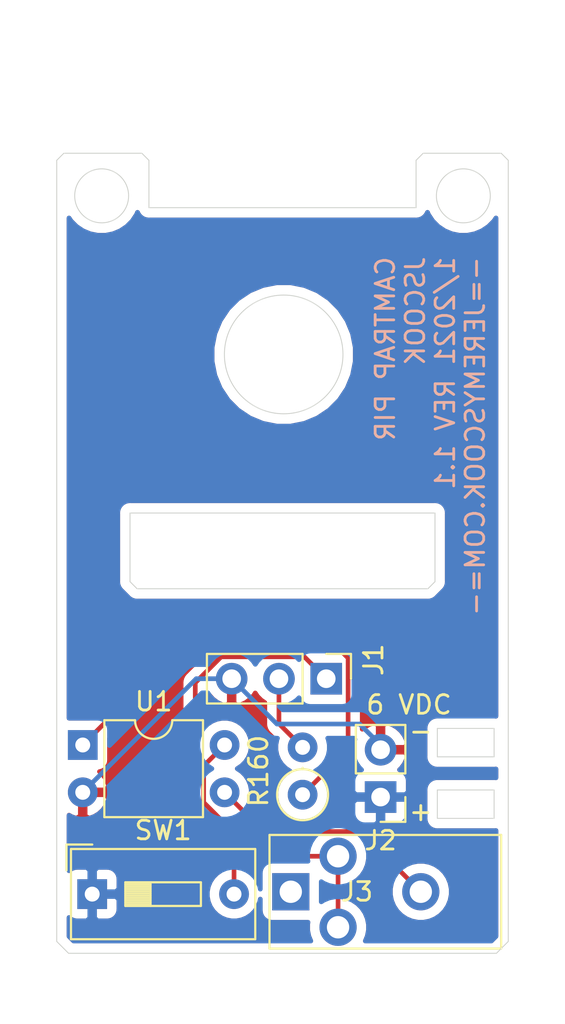
<source format=kicad_pcb>
(kicad_pcb (version 20171130) (host pcbnew "(5.1.6-0-10_14)")

  (general
    (thickness 1.6)
    (drawings 36)
    (tracks 26)
    (zones 0)
    (modules 6)
    (nets 9)
  )

  (page A4)
  (layers
    (0 F.Cu signal)
    (31 B.Cu signal)
    (32 B.Adhes user)
    (33 F.Adhes user)
    (34 B.Paste user)
    (35 F.Paste user)
    (36 B.SilkS user)
    (37 F.SilkS user)
    (38 B.Mask user)
    (39 F.Mask user)
    (40 Dwgs.User user)
    (41 Cmts.User user)
    (42 Eco1.User user)
    (43 Eco2.User user)
    (44 Edge.Cuts user)
    (45 Margin user)
    (46 B.CrtYd user)
    (47 F.CrtYd user)
    (48 B.Fab user)
    (49 F.Fab user)
  )

  (setup
    (last_trace_width 0.25)
    (trace_clearance 0.2)
    (zone_clearance 0.508)
    (zone_45_only no)
    (trace_min 0.2)
    (via_size 0.8)
    (via_drill 0.4)
    (via_min_size 0.4)
    (via_min_drill 0.3)
    (uvia_size 0.3)
    (uvia_drill 0.1)
    (uvias_allowed no)
    (uvia_min_size 0.2)
    (uvia_min_drill 0.1)
    (edge_width 0.05)
    (segment_width 0.2)
    (pcb_text_width 0.3)
    (pcb_text_size 1.5 1.5)
    (mod_edge_width 0.12)
    (mod_text_size 1 1)
    (mod_text_width 0.15)
    (pad_size 1.524 1.524)
    (pad_drill 0.762)
    (pad_to_mask_clearance 0.05)
    (aux_axis_origin 0 0)
    (visible_elements FFFFFF7F)
    (pcbplotparams
      (layerselection 0x010fc_ffffffff)
      (usegerberextensions false)
      (usegerberattributes true)
      (usegerberadvancedattributes true)
      (creategerberjobfile true)
      (excludeedgelayer true)
      (linewidth 0.100000)
      (plotframeref false)
      (viasonmask false)
      (mode 1)
      (useauxorigin false)
      (hpglpennumber 1)
      (hpglpenspeed 20)
      (hpglpendiameter 15.000000)
      (psnegative false)
      (psa4output false)
      (plotreference true)
      (plotvalue true)
      (plotinvisibletext false)
      (padsonsilk false)
      (subtractmaskfromsilk false)
      (outputformat 1)
      (mirror false)
      (drillshape 1)
      (scaleselection 1)
      (outputdirectory ""))
  )

  (net 0 "")
  (net 1 "Net-(J1-Pad2)")
  (net 2 "Net-(J3-PadT)")
  (net 3 "Net-(J3-PadS)")
  (net 4 "Net-(J3-PadR)")
  (net 5 VCC)
  (net 6 GND)
  (net 7 "Net-(J1-Pad1)")
  (net 8 "Net-(R160-Pad1)")

  (net_class Default "This is the default net class."
    (clearance 0.2)
    (trace_width 0.25)
    (via_dia 0.8)
    (via_drill 0.4)
    (uvia_dia 0.3)
    (uvia_drill 0.1)
    (add_net GND)
    (add_net "Net-(J1-Pad1)")
    (add_net "Net-(J1-Pad2)")
    (add_net "Net-(J3-PadR)")
    (add_net "Net-(J3-PadS)")
    (add_net "Net-(J3-PadT)")
    (add_net "Net-(R160-Pad1)")
    (add_net VCC)
  )

  (module Resistor_THT:R_Axial_DIN0207_L6.3mm_D2.5mm_P2.54mm_Vertical (layer F.Cu) (tedit 5AE5139B) (tstamp 5FD1F01F)
    (at 168.021 104.013 90)
    (descr "Resistor, Axial_DIN0207 series, Axial, Vertical, pin pitch=2.54mm, 0.25W = 1/4W, length*diameter=6.3*2.5mm^2, http://cdn-reichelt.de/documents/datenblatt/B400/1_4W%23YAG.pdf")
    (tags "Resistor Axial_DIN0207 series Axial Vertical pin pitch 2.54mm 0.25W = 1/4W length 6.3mm diameter 2.5mm")
    (path /5FD1E309)
    (fp_text reference R160 (at 1.27 -2.37 90) (layer F.SilkS)
      (effects (font (size 1 1) (thickness 0.15)))
    )
    (fp_text value R (at 1.27 2.37 90) (layer F.Fab)
      (effects (font (size 1 1) (thickness 0.15)))
    )
    (fp_line (start 3.59 -1.5) (end -1.5 -1.5) (layer F.CrtYd) (width 0.05))
    (fp_line (start 3.59 1.5) (end 3.59 -1.5) (layer F.CrtYd) (width 0.05))
    (fp_line (start -1.5 1.5) (end 3.59 1.5) (layer F.CrtYd) (width 0.05))
    (fp_line (start -1.5 -1.5) (end -1.5 1.5) (layer F.CrtYd) (width 0.05))
    (fp_line (start 1.37 0) (end 1.44 0) (layer F.SilkS) (width 0.12))
    (fp_line (start 0 0) (end 2.54 0) (layer F.Fab) (width 0.1))
    (fp_circle (center 0 0) (end 1.37 0) (layer F.SilkS) (width 0.12))
    (fp_circle (center 0 0) (end 1.25 0) (layer F.Fab) (width 0.1))
    (fp_text user %R (at 1.27 -2.37 90) (layer F.Fab)
      (effects (font (size 1 1) (thickness 0.15)))
    )
    (pad 2 thru_hole oval (at 2.54 0 90) (size 1.6 1.6) (drill 0.8) (layers *.Cu *.Mask)
      (net 1 "Net-(J1-Pad2)"))
    (pad 1 thru_hole circle (at 0 0 90) (size 1.6 1.6) (drill 0.8) (layers *.Cu *.Mask)
      (net 8 "Net-(R160-Pad1)"))
    (model ${KISYS3DMOD}/Resistor_THT.3dshapes/R_Axial_DIN0207_L6.3mm_D2.5mm_P2.54mm_Vertical.wrl
      (at (xyz 0 0 0))
      (scale (xyz 1 1 1))
      (rotate (xyz 0 0 0))
    )
  )

  (module Connector_PinHeader_2.54mm:PinHeader_1x03_P2.54mm_Vertical (layer F.Cu) (tedit 59FED5CC) (tstamp 5FD1EA6C)
    (at 169.291 97.79 270)
    (descr "Through hole straight pin header, 1x03, 2.54mm pitch, single row")
    (tags "Through hole pin header THT 1x03 2.54mm single row")
    (path /5FD1C3FB)
    (fp_text reference J1 (at -1.016 -2.54 90) (layer F.SilkS)
      (effects (font (size 1 1) (thickness 0.15)))
    )
    (fp_text value Conn_01x03_Male (at 0 7.41 90) (layer F.Fab)
      (effects (font (size 1 1) (thickness 0.15)))
    )
    (fp_line (start -0.635 -1.27) (end 1.27 -1.27) (layer F.Fab) (width 0.1))
    (fp_line (start 1.27 -1.27) (end 1.27 6.35) (layer F.Fab) (width 0.1))
    (fp_line (start 1.27 6.35) (end -1.27 6.35) (layer F.Fab) (width 0.1))
    (fp_line (start -1.27 6.35) (end -1.27 -0.635) (layer F.Fab) (width 0.1))
    (fp_line (start -1.27 -0.635) (end -0.635 -1.27) (layer F.Fab) (width 0.1))
    (fp_line (start -1.33 6.41) (end 1.33 6.41) (layer F.SilkS) (width 0.12))
    (fp_line (start -1.33 1.27) (end -1.33 6.41) (layer F.SilkS) (width 0.12))
    (fp_line (start 1.33 1.27) (end 1.33 6.41) (layer F.SilkS) (width 0.12))
    (fp_line (start -1.33 1.27) (end 1.33 1.27) (layer F.SilkS) (width 0.12))
    (fp_line (start -1.33 0) (end -1.33 -1.33) (layer F.SilkS) (width 0.12))
    (fp_line (start -1.33 -1.33) (end 0 -1.33) (layer F.SilkS) (width 0.12))
    (fp_line (start -1.8 -1.8) (end -1.8 6.85) (layer F.CrtYd) (width 0.05))
    (fp_line (start -1.8 6.85) (end 1.8 6.85) (layer F.CrtYd) (width 0.05))
    (fp_line (start 1.8 6.85) (end 1.8 -1.8) (layer F.CrtYd) (width 0.05))
    (fp_line (start 1.8 -1.8) (end -1.8 -1.8) (layer F.CrtYd) (width 0.05))
    (fp_text user %R (at 0 2.54) (layer F.Fab)
      (effects (font (size 1 1) (thickness 0.15)))
    )
    (pad 3 thru_hole oval (at 0 5.08 270) (size 1.7 1.7) (drill 1) (layers *.Cu *.Mask)
      (net 6 GND))
    (pad 2 thru_hole oval (at 0 2.54 270) (size 1.7 1.7) (drill 1) (layers *.Cu *.Mask)
      (net 1 "Net-(J1-Pad2)"))
    (pad 1 thru_hole rect (at 0 0 270) (size 1.7 1.7) (drill 1) (layers *.Cu *.Mask)
      (net 7 "Net-(J1-Pad1)"))
    (model ${KISYS3DMOD}/Connector_PinHeader_2.54mm.3dshapes/PinHeader_1x03_P2.54mm_Vertical.wrl
      (at (xyz 0 0 0))
      (scale (xyz 1 1 1))
      (rotate (xyz 0 0 0))
    )
  )

  (module Button_Switch_THT:SW_DIP_SPSTx01_Slide_9.78x4.72mm_W7.62mm_P2.54mm (layer F.Cu) (tedit 5A4E1404) (tstamp 5FEAF704)
    (at 156.718 109.347)
    (descr "1x-dip-switch SPST , Slide, row spacing 7.62 mm (300 mils), body size 9.78x4.72mm (see e.g. https://www.ctscorp.com/wp-content/uploads/206-208.pdf)")
    (tags "DIP Switch SPST Slide 7.62mm 300mil")
    (path /5FEADD20)
    (fp_text reference SW1 (at 3.81 -3.42) (layer F.SilkS)
      (effects (font (size 1 1) (thickness 0.15)))
    )
    (fp_text value SW_DIP_x01 (at 3.81 3.42) (layer F.Fab)
      (effects (font (size 1 1) (thickness 0.15)))
    )
    (fp_line (start -0.08 -2.36) (end 8.7 -2.36) (layer F.Fab) (width 0.1))
    (fp_line (start 8.7 -2.36) (end 8.7 2.36) (layer F.Fab) (width 0.1))
    (fp_line (start 8.7 2.36) (end -1.08 2.36) (layer F.Fab) (width 0.1))
    (fp_line (start -1.08 2.36) (end -1.08 -1.36) (layer F.Fab) (width 0.1))
    (fp_line (start -1.08 -1.36) (end -0.08 -2.36) (layer F.Fab) (width 0.1))
    (fp_line (start 1.78 -0.635) (end 1.78 0.635) (layer F.Fab) (width 0.1))
    (fp_line (start 1.78 0.635) (end 5.84 0.635) (layer F.Fab) (width 0.1))
    (fp_line (start 5.84 0.635) (end 5.84 -0.635) (layer F.Fab) (width 0.1))
    (fp_line (start 5.84 -0.635) (end 1.78 -0.635) (layer F.Fab) (width 0.1))
    (fp_line (start 1.78 -0.535) (end 3.133333 -0.535) (layer F.Fab) (width 0.1))
    (fp_line (start 1.78 -0.435) (end 3.133333 -0.435) (layer F.Fab) (width 0.1))
    (fp_line (start 1.78 -0.335) (end 3.133333 -0.335) (layer F.Fab) (width 0.1))
    (fp_line (start 1.78 -0.235) (end 3.133333 -0.235) (layer F.Fab) (width 0.1))
    (fp_line (start 1.78 -0.135) (end 3.133333 -0.135) (layer F.Fab) (width 0.1))
    (fp_line (start 1.78 -0.035) (end 3.133333 -0.035) (layer F.Fab) (width 0.1))
    (fp_line (start 1.78 0.065) (end 3.133333 0.065) (layer F.Fab) (width 0.1))
    (fp_line (start 1.78 0.165) (end 3.133333 0.165) (layer F.Fab) (width 0.1))
    (fp_line (start 1.78 0.265) (end 3.133333 0.265) (layer F.Fab) (width 0.1))
    (fp_line (start 1.78 0.365) (end 3.133333 0.365) (layer F.Fab) (width 0.1))
    (fp_line (start 1.78 0.465) (end 3.133333 0.465) (layer F.Fab) (width 0.1))
    (fp_line (start 1.78 0.565) (end 3.133333 0.565) (layer F.Fab) (width 0.1))
    (fp_line (start 3.133333 -0.635) (end 3.133333 0.635) (layer F.Fab) (width 0.1))
    (fp_line (start -1.14 -2.42) (end 8.76 -2.42) (layer F.SilkS) (width 0.12))
    (fp_line (start -1.14 2.42) (end 8.76 2.42) (layer F.SilkS) (width 0.12))
    (fp_line (start -1.14 -2.42) (end -1.14 2.42) (layer F.SilkS) (width 0.12))
    (fp_line (start 8.76 -2.42) (end 8.76 2.42) (layer F.SilkS) (width 0.12))
    (fp_line (start -1.38 -2.66) (end 0.004 -2.66) (layer F.SilkS) (width 0.12))
    (fp_line (start -1.38 -2.66) (end -1.38 -1.277) (layer F.SilkS) (width 0.12))
    (fp_line (start 1.78 -0.635) (end 1.78 0.635) (layer F.SilkS) (width 0.12))
    (fp_line (start 1.78 0.635) (end 5.84 0.635) (layer F.SilkS) (width 0.12))
    (fp_line (start 5.84 0.635) (end 5.84 -0.635) (layer F.SilkS) (width 0.12))
    (fp_line (start 5.84 -0.635) (end 1.78 -0.635) (layer F.SilkS) (width 0.12))
    (fp_line (start 1.78 -0.515) (end 3.133333 -0.515) (layer F.SilkS) (width 0.12))
    (fp_line (start 1.78 -0.395) (end 3.133333 -0.395) (layer F.SilkS) (width 0.12))
    (fp_line (start 1.78 -0.275) (end 3.133333 -0.275) (layer F.SilkS) (width 0.12))
    (fp_line (start 1.78 -0.155) (end 3.133333 -0.155) (layer F.SilkS) (width 0.12))
    (fp_line (start 1.78 -0.035) (end 3.133333 -0.035) (layer F.SilkS) (width 0.12))
    (fp_line (start 1.78 0.085) (end 3.133333 0.085) (layer F.SilkS) (width 0.12))
    (fp_line (start 1.78 0.205) (end 3.133333 0.205) (layer F.SilkS) (width 0.12))
    (fp_line (start 1.78 0.325) (end 3.133333 0.325) (layer F.SilkS) (width 0.12))
    (fp_line (start 1.78 0.445) (end 3.133333 0.445) (layer F.SilkS) (width 0.12))
    (fp_line (start 1.78 0.565) (end 3.133333 0.565) (layer F.SilkS) (width 0.12))
    (fp_line (start 3.133333 -0.635) (end 3.133333 0.635) (layer F.SilkS) (width 0.12))
    (fp_line (start -1.35 -2.7) (end -1.35 2.7) (layer F.CrtYd) (width 0.05))
    (fp_line (start -1.35 2.7) (end 8.95 2.7) (layer F.CrtYd) (width 0.05))
    (fp_line (start 8.95 2.7) (end 8.95 -2.7) (layer F.CrtYd) (width 0.05))
    (fp_line (start 8.95 -2.7) (end -1.35 -2.7) (layer F.CrtYd) (width 0.05))
    (fp_text user on (at 5.365 -1.4975) (layer F.Fab)
      (effects (font (size 0.6 0.6) (thickness 0.09)))
    )
    (fp_text user %R (at 7.27 0 90) (layer F.Fab)
      (effects (font (size 0.6 0.6) (thickness 0.09)))
    )
    (pad 2 thru_hole oval (at 7.62 0) (size 1.6 1.6) (drill 0.8) (layers *.Cu *.Mask)
      (net 7 "Net-(J1-Pad1)"))
    (pad 1 thru_hole rect (at 0 0) (size 1.6 1.6) (drill 0.8) (layers *.Cu *.Mask)
      (net 5 VCC))
    (model ${KISYS3DMOD}/Button_Switch_THT.3dshapes/SW_DIP_SPSTx01_Slide_9.78x4.72mm_W7.62mm_P2.54mm.wrl
      (at (xyz 0 0 0))
      (scale (xyz 1 1 1))
      (rotate (xyz 0 0 90))
    )
  )

  (module Connector_Audio:2.5mm_jack (layer F.Cu) (tedit 5FEA90C1) (tstamp 5FD1EAA5)
    (at 167.386 109.22 270)
    (path /5FD1A807)
    (fp_text reference J3 (at 0 -3.556) (layer F.SilkS)
      (effects (font (size 1 1) (thickness 0.15)))
    )
    (fp_text value AudioJack3 (at 2.159 -5.334 90) (layer F.Fab)
      (effects (font (size 1 1) (thickness 0.15)))
    )
    (fp_line (start 2.54 0) (end 2.54 -11.176) (layer F.Fab) (width 0.12))
    (fp_line (start 2.54 0) (end -2.54 0) (layer F.Fab) (width 0.12))
    (fp_line (start -2.54 0) (end -2.54 -11.176) (layer F.Fab) (width 0.12))
    (fp_line (start 2.54 -11.176) (end -2.54 -11.176) (layer F.Fab) (width 0.12))
    (fp_line (start 3.048 1.143) (end -3.048 1.143) (layer F.SilkS) (width 0.12))
    (fp_line (start -3.048 1.143) (end -3.048 -11.303) (layer F.SilkS) (width 0.12))
    (fp_line (start -3.048 -11.303) (end 3.048 -11.303) (layer F.SilkS) (width 0.12))
    (fp_line (start 3.048 -11.303) (end 3.048 1.143) (layer F.SilkS) (width 0.12))
    (pad T thru_hole circle (at -1.905 -2.54 270) (size 2 2) (drill 1.2) (layers *.Cu *.Mask)
      (net 2 "Net-(J3-PadT)"))
    (pad T thru_hole circle (at 1.905 -2.54 270) (size 2 2) (drill 1.2) (layers *.Cu *.Mask)
      (net 2 "Net-(J3-PadT)"))
    (pad S thru_hole circle (at 0 -6.985 270) (size 2 2) (drill 1.2) (layers *.Cu *.Mask)
      (net 3 "Net-(J3-PadS)"))
    (pad R thru_hole rect (at 0 0 270) (size 2 2) (drill 1.2) (layers *.Cu *.Mask)
      (net 4 "Net-(J3-PadR)"))
  )

  (module Package_DIP:DIP-4_W7.62mm (layer F.Cu) (tedit 5A02E8C5) (tstamp 5FD1EAD4)
    (at 156.21 101.346)
    (descr "4-lead though-hole mounted DIP package, row spacing 7.62 mm (300 mils)")
    (tags "THT DIP DIL PDIP 2.54mm 7.62mm 300mil")
    (path /5FD19666)
    (fp_text reference U1 (at 3.81 -2.33) (layer F.SilkS)
      (effects (font (size 1 1) (thickness 0.15)))
    )
    (fp_text value PC817 (at 3.81 4.87) (layer F.Fab)
      (effects (font (size 1 1) (thickness 0.15)))
    )
    (fp_line (start 1.635 -1.27) (end 6.985 -1.27) (layer F.Fab) (width 0.1))
    (fp_line (start 6.985 -1.27) (end 6.985 3.81) (layer F.Fab) (width 0.1))
    (fp_line (start 6.985 3.81) (end 0.635 3.81) (layer F.Fab) (width 0.1))
    (fp_line (start 0.635 3.81) (end 0.635 -0.27) (layer F.Fab) (width 0.1))
    (fp_line (start 0.635 -0.27) (end 1.635 -1.27) (layer F.Fab) (width 0.1))
    (fp_line (start 2.81 -1.33) (end 1.16 -1.33) (layer F.SilkS) (width 0.12))
    (fp_line (start 1.16 -1.33) (end 1.16 3.87) (layer F.SilkS) (width 0.12))
    (fp_line (start 1.16 3.87) (end 6.46 3.87) (layer F.SilkS) (width 0.12))
    (fp_line (start 6.46 3.87) (end 6.46 -1.33) (layer F.SilkS) (width 0.12))
    (fp_line (start 6.46 -1.33) (end 4.81 -1.33) (layer F.SilkS) (width 0.12))
    (fp_line (start -1.1 -1.55) (end -1.1 4.1) (layer F.CrtYd) (width 0.05))
    (fp_line (start -1.1 4.1) (end 8.7 4.1) (layer F.CrtYd) (width 0.05))
    (fp_line (start 8.7 4.1) (end 8.7 -1.55) (layer F.CrtYd) (width 0.05))
    (fp_line (start 8.7 -1.55) (end -1.1 -1.55) (layer F.CrtYd) (width 0.05))
    (fp_text user %R (at 3.81 1.27) (layer F.Fab)
      (effects (font (size 1 1) (thickness 0.15)))
    )
    (fp_arc (start 3.81 -1.33) (end 2.81 -1.33) (angle -180) (layer F.SilkS) (width 0.12))
    (pad 4 thru_hole oval (at 7.62 0) (size 1.6 1.6) (drill 0.8) (layers *.Cu *.Mask)
      (net 2 "Net-(J3-PadT)"))
    (pad 2 thru_hole oval (at 0 2.54) (size 1.6 1.6) (drill 0.8) (layers *.Cu *.Mask)
      (net 6 GND))
    (pad 3 thru_hole oval (at 7.62 2.54) (size 1.6 1.6) (drill 0.8) (layers *.Cu *.Mask)
      (net 3 "Net-(J3-PadS)"))
    (pad 1 thru_hole rect (at 0 0) (size 1.6 1.6) (drill 0.8) (layers *.Cu *.Mask)
      (net 8 "Net-(R160-Pad1)"))
    (model ${KISYS3DMOD}/Package_DIP.3dshapes/DIP-4_W7.62mm.wrl
      (at (xyz 0 0 0))
      (scale (xyz 1 1 1))
      (rotate (xyz 0 0 0))
    )
  )

  (module Connector_PinHeader_2.54mm:PinHeader_1x02_P2.54mm_Vertical (layer F.Cu) (tedit 59FED5CC) (tstamp 5FD1EA82)
    (at 172.212 104.14 180)
    (descr "Through hole straight pin header, 1x02, 2.54mm pitch, single row")
    (tags "Through hole pin header THT 1x02 2.54mm single row")
    (path /5FD1F27D)
    (fp_text reference J2 (at 0 -2.33) (layer F.SilkS)
      (effects (font (size 1 1) (thickness 0.15)))
    )
    (fp_text value Conn_01x02_Male (at 0 4.87) (layer F.Fab)
      (effects (font (size 1 1) (thickness 0.15)))
    )
    (fp_line (start -0.635 -1.27) (end 1.27 -1.27) (layer F.Fab) (width 0.1))
    (fp_line (start 1.27 -1.27) (end 1.27 3.81) (layer F.Fab) (width 0.1))
    (fp_line (start 1.27 3.81) (end -1.27 3.81) (layer F.Fab) (width 0.1))
    (fp_line (start -1.27 3.81) (end -1.27 -0.635) (layer F.Fab) (width 0.1))
    (fp_line (start -1.27 -0.635) (end -0.635 -1.27) (layer F.Fab) (width 0.1))
    (fp_line (start -1.33 3.87) (end 1.33 3.87) (layer F.SilkS) (width 0.12))
    (fp_line (start -1.33 1.27) (end -1.33 3.87) (layer F.SilkS) (width 0.12))
    (fp_line (start 1.33 1.27) (end 1.33 3.87) (layer F.SilkS) (width 0.12))
    (fp_line (start -1.33 1.27) (end 1.33 1.27) (layer F.SilkS) (width 0.12))
    (fp_line (start -1.33 0) (end -1.33 -1.33) (layer F.SilkS) (width 0.12))
    (fp_line (start -1.33 -1.33) (end 0 -1.33) (layer F.SilkS) (width 0.12))
    (fp_line (start -1.8 -1.8) (end -1.8 4.35) (layer F.CrtYd) (width 0.05))
    (fp_line (start -1.8 4.35) (end 1.8 4.35) (layer F.CrtYd) (width 0.05))
    (fp_line (start 1.8 4.35) (end 1.8 -1.8) (layer F.CrtYd) (width 0.05))
    (fp_line (start 1.8 -1.8) (end -1.8 -1.8) (layer F.CrtYd) (width 0.05))
    (fp_text user %R (at 0 1.27 90) (layer F.Fab)
      (effects (font (size 1 1) (thickness 0.15)))
    )
    (pad 2 thru_hole oval (at 0 2.54 180) (size 1.7 1.7) (drill 1) (layers *.Cu *.Mask)
      (net 6 GND))
    (pad 1 thru_hole rect (at 0 0 180) (size 1.7 1.7) (drill 1) (layers *.Cu *.Mask)
      (net 5 VCC))
    (model ${KISYS3DMOD}/Connector_PinHeader_2.54mm.3dshapes/PinHeader_1x02_P2.54mm_Vertical.wrl
      (at (xyz 0 0 0))
      (scale (xyz 1 1 1))
      (rotate (xyz 0 0 0))
    )
  )

  (dimension 14.351 (width 0.15) (layer Dwgs.User)
    (gr_text "14.351 mm" (at 166.9415 62.073001) (layer Dwgs.User)
      (effects (font (size 1 1) (thickness 0.15)))
    )
    (feature1 (pts (xy 159.766 69.977) (xy 159.766 62.78658)))
    (feature2 (pts (xy 174.117 69.977) (xy 174.117 62.78658)))
    (crossbar (pts (xy 174.117 63.373001) (xy 159.766 63.373001)))
    (arrow1a (pts (xy 159.766 63.373001) (xy 160.892504 62.78658)))
    (arrow1b (pts (xy 159.766 63.373001) (xy 160.892504 63.959422)))
    (arrow2a (pts (xy 174.117 63.373001) (xy 172.990496 62.78658)))
    (arrow2b (pts (xy 174.117 63.373001) (xy 172.990496 63.959422)))
  )
  (gr_text "6 VDC" (at 173.736 99.187) (layer F.SilkS)
    (effects (font (size 1 1) (thickness 0.15)))
  )
  (gr_text + (at 174.371 104.902) (layer F.SilkS)
    (effects (font (size 1 1) (thickness 0.15)))
  )
  (gr_text - (at 174.371 100.584) (layer F.SilkS)
    (effects (font (size 1 1) (thickness 0.15)))
  )
  (gr_circle (center 167.005 80.391) (end 170.18 80.137) (layer Edge.Cuts) (width 0.05))
  (gr_line (start 155.448 112.522) (end 154.813 111.887) (layer Edge.Cuts) (width 0.05))
  (gr_line (start 178.435 112.522) (end 179.07 111.887) (layer Edge.Cuts) (width 0.05))
  (gr_line (start 159.131 92.964) (end 158.75 92.583) (layer Edge.Cuts) (width 0.05))
  (gr_line (start 174.752 92.964) (end 175.133 92.583) (layer Edge.Cuts) (width 0.05))
  (gr_line (start 178.308 105.283) (end 175.26 105.283) (layer Edge.Cuts) (width 0.05) (tstamp 5FF27291))
  (gr_line (start 175.26 105.283) (end 175.26 103.759) (layer Edge.Cuts) (width 0.05) (tstamp 5FF27294))
  (gr_line (start 175.26 103.759) (end 178.308 103.759) (layer Edge.Cuts) (width 0.05) (tstamp 5FF27297))
  (gr_line (start 178.308 103.759) (end 178.308 105.283) (layer Edge.Cuts) (width 0.05) (tstamp 5FF2729A))
  (gr_line (start 175.26 101.981) (end 175.26 100.457) (layer Edge.Cuts) (width 0.05) (tstamp 5FF27288))
  (gr_line (start 178.308 101.981) (end 175.26 101.981) (layer Edge.Cuts) (width 0.05) (tstamp 5FF27285))
  (gr_line (start 178.308 100.457) (end 178.308 101.981) (layer Edge.Cuts) (width 0.05) (tstamp 5FF2728E))
  (gr_line (start 175.26 100.457) (end 178.308 100.457) (layer Edge.Cuts) (width 0.05) (tstamp 5FF2728B))
  (gr_circle (center 176.657 71.882) (end 178.054 71.501) (layer Edge.Cuts) (width 0.05) (tstamp 5FF25C0A))
  (gr_circle (center 157.226 71.882) (end 158.623 71.501) (layer Edge.Cuts) (width 0.05) (tstamp 5FF25BD5))
  (gr_line (start 159.131 92.964) (end 174.752 92.964) (layer Edge.Cuts) (width 0.05) (tstamp 5FF25920))
  (gr_line (start 158.75 88.9) (end 158.75 92.583) (layer Edge.Cuts) (width 0.05))
  (gr_line (start 175.133 88.9) (end 175.133 92.583) (layer Edge.Cuts) (width 0.05))
  (gr_line (start 158.75 88.9) (end 175.133 88.9) (layer Edge.Cuts) (width 0.05))
  (gr_line (start 159.766 72.517) (end 159.766 69.977) (layer Edge.Cuts) (width 0.05) (tstamp 5FF25865))
  (gr_line (start 174.117 72.517) (end 159.766 72.517) (layer Edge.Cuts) (width 0.05))
  (gr_line (start 174.117 69.977) (end 174.117 72.517) (layer Edge.Cuts) (width 0.05))
  (gr_line (start 178.689 69.596) (end 174.498 69.596) (layer Edge.Cuts) (width 0.05) (tstamp 5FF25850))
  (gr_line (start 174.117 69.977) (end 174.498 69.596) (layer Edge.Cuts) (width 0.05))
  (gr_line (start 159.385 69.596) (end 159.766 69.977) (layer Edge.Cuts) (width 0.05))
  (gr_line (start 155.194 69.596) (end 154.813 69.977) (layer Edge.Cuts) (width 0.05) (tstamp 5FF257A4))
  (gr_line (start 178.689 69.596) (end 179.07 69.977) (layer Edge.Cuts) (width 0.05) (tstamp 5FF2579F))
  (gr_text "CAMTRAP PIR\nJSCOOK\n1/2021 REV 1.1\n-=JEREMYSCOOK.COM=-" (at 174.879 75.057 90) (layer B.SilkS)
    (effects (font (size 1 1) (thickness 0.15)) (justify left mirror))
  )
  (gr_line (start 154.813 111.887) (end 154.813 69.977) (layer Edge.Cuts) (width 0.05))
  (gr_line (start 159.385 69.596) (end 155.194 69.596) (layer Edge.Cuts) (width 0.05))
  (gr_line (start 179.07 111.887) (end 179.07 69.977) (layer Edge.Cuts) (width 0.05))
  (gr_line (start 155.448 112.522) (end 178.435 112.522) (layer Edge.Cuts) (width 0.05))

  (segment (start 166.751 100.203) (end 168.021 101.473) (width 0.25) (layer F.Cu) (net 1))
  (segment (start 166.751 97.79) (end 166.751 100.203) (width 0.25) (layer F.Cu) (net 1))
  (segment (start 169.926 111.125) (end 169.926 107.315) (width 0.25) (layer F.Cu) (net 2))
  (segment (start 162.704999 102.471001) (end 163.83 101.346) (width 0.25) (layer F.Cu) (net 2))
  (segment (start 165.593998 107.315) (end 162.704999 104.426001) (width 0.25) (layer F.Cu) (net 2))
  (segment (start 162.704999 104.426001) (end 162.704999 102.471001) (width 0.25) (layer F.Cu) (net 2))
  (segment (start 169.926 107.315) (end 165.593998 107.315) (width 0.25) (layer F.Cu) (net 2))
  (segment (start 165.933999 105.989999) (end 163.83 103.886) (width 0.25) (layer F.Cu) (net 3))
  (segment (start 171.140999 105.989999) (end 165.933999 105.989999) (width 0.25) (layer F.Cu) (net 3))
  (segment (start 174.371 109.22) (end 171.140999 105.989999) (width 0.25) (layer F.Cu) (net 3))
  (segment (start 166.641999 100.220999) (end 164.211 97.79) (width 0.25) (layer B.Cu) (net 6))
  (segment (start 171.086999 100.220999) (end 166.641999 100.220999) (width 0.25) (layer B.Cu) (net 6))
  (segment (start 172.466 101.6) (end 171.086999 100.220999) (width 0.25) (layer B.Cu) (net 6))
  (segment (start 162.306 97.79) (end 156.21 103.886) (width 0.25) (layer B.Cu) (net 6))
  (segment (start 164.211 97.79) (end 162.306 97.79) (width 0.25) (layer B.Cu) (net 6))
  (segment (start 168.115999 96.614999) (end 169.291 97.79) (width 0.25) (layer F.Cu) (net 7))
  (segment (start 163.646999 96.614999) (end 168.115999 96.614999) (width 0.25) (layer F.Cu) (net 7))
  (segment (start 162.254989 98.007009) (end 163.646999 96.614999) (width 0.25) (layer F.Cu) (net 7))
  (segment (start 162.254989 104.612401) (end 162.254989 98.007009) (width 0.25) (layer F.Cu) (net 7))
  (segment (start 164.338 106.695412) (end 162.254989 104.612401) (width 0.25) (layer F.Cu) (net 7))
  (segment (start 164.338 109.347) (end 164.338 106.695412) (width 0.25) (layer F.Cu) (net 7))
  (segment (start 161.39101 96.16499) (end 156.21 101.346) (width 0.25) (layer F.Cu) (net 8))
  (segment (start 170.466001 96.679999) (end 169.950992 96.16499) (width 0.25) (layer F.Cu) (net 8))
  (segment (start 170.466001 101.567999) (end 170.466001 96.679999) (width 0.25) (layer F.Cu) (net 8))
  (segment (start 169.950992 96.16499) (end 161.39101 96.16499) (width 0.25) (layer F.Cu) (net 8))
  (segment (start 168.021 104.013) (end 170.466001 101.567999) (width 0.25) (layer F.Cu) (net 8))

  (zone (net 6) (net_name GND) (layer F.Cu) (tstamp 5FD1F956) (hatch edge 0.508)
    (connect_pads (clearance 0.508))
    (min_thickness 0.254)
    (fill yes (arc_segments 32) (thermal_gap 0.508) (thermal_bridge_width 0.508))
    (polygon
      (pts
        (xy 180.467 114.427) (xy 152.781 114.046) (xy 153.67 67.056) (xy 181.229 66.929)
      )
    )
    (filled_polygon
      (pts
        (xy 161.743987 97.44321) (xy 161.714989 97.467008) (xy 161.691191 97.496006) (xy 161.69119 97.496007) (xy 161.620015 97.582733)
        (xy 161.549443 97.714763) (xy 161.505987 97.858024) (xy 161.491313 98.007009) (xy 161.49499 98.044341) (xy 161.494989 104.575078)
        (xy 161.491313 104.612401) (xy 161.494989 104.649723) (xy 161.494989 104.649733) (xy 161.505986 104.761386) (xy 161.549443 104.904647)
        (xy 161.620015 105.036677) (xy 161.639956 105.060975) (xy 161.714988 105.152402) (xy 161.743991 105.176205) (xy 163.578001 107.010216)
        (xy 163.578 108.128956) (xy 163.423241 108.232363) (xy 163.223363 108.432241) (xy 163.06632 108.667273) (xy 162.958147 108.928426)
        (xy 162.903 109.205665) (xy 162.903 109.488335) (xy 162.958147 109.765574) (xy 163.06632 110.026727) (xy 163.223363 110.261759)
        (xy 163.423241 110.461637) (xy 163.658273 110.61868) (xy 163.919426 110.726853) (xy 164.196665 110.782) (xy 164.479335 110.782)
        (xy 164.756574 110.726853) (xy 165.017727 110.61868) (xy 165.252759 110.461637) (xy 165.452637 110.261759) (xy 165.60968 110.026727)
        (xy 165.717853 109.765574) (xy 165.747928 109.614379) (xy 165.747928 110.22) (xy 165.760188 110.344482) (xy 165.796498 110.46418)
        (xy 165.855463 110.574494) (xy 165.934815 110.671185) (xy 166.031506 110.750537) (xy 166.14182 110.809502) (xy 166.261518 110.845812)
        (xy 166.386 110.858072) (xy 168.312064 110.858072) (xy 168.291 110.963967) (xy 168.291 111.286033) (xy 168.353832 111.601912)
        (xy 168.461564 111.862) (xy 155.721381 111.862) (xy 155.473 111.61362) (xy 155.473 110.603261) (xy 155.563506 110.677537)
        (xy 155.67382 110.736502) (xy 155.793518 110.772812) (xy 155.918 110.785072) (xy 157.518 110.785072) (xy 157.642482 110.772812)
        (xy 157.76218 110.736502) (xy 157.872494 110.677537) (xy 157.969185 110.598185) (xy 158.048537 110.501494) (xy 158.107502 110.39118)
        (xy 158.143812 110.271482) (xy 158.156072 110.147) (xy 158.156072 108.547) (xy 158.143812 108.422518) (xy 158.107502 108.30282)
        (xy 158.048537 108.192506) (xy 157.969185 108.095815) (xy 157.872494 108.016463) (xy 157.76218 107.957498) (xy 157.642482 107.921188)
        (xy 157.518 107.908928) (xy 155.918 107.908928) (xy 155.793518 107.921188) (xy 155.67382 107.957498) (xy 155.563506 108.016463)
        (xy 155.473 108.090739) (xy 155.473 105.109232) (xy 155.596119 105.18307) (xy 155.86096 105.277909) (xy 156.083 105.156624)
        (xy 156.083 104.013) (xy 156.337 104.013) (xy 156.337 105.156624) (xy 156.55904 105.277909) (xy 156.823881 105.18307)
        (xy 157.065131 105.038385) (xy 157.273519 104.849414) (xy 157.441037 104.62342) (xy 157.561246 104.369087) (xy 157.601904 104.235039)
        (xy 157.479915 104.013) (xy 156.337 104.013) (xy 156.083 104.013) (xy 156.063 104.013) (xy 156.063 103.759)
        (xy 156.083 103.759) (xy 156.083 103.739) (xy 156.337 103.739) (xy 156.337 103.759) (xy 157.479915 103.759)
        (xy 157.601904 103.536961) (xy 157.561246 103.402913) (xy 157.441037 103.14858) (xy 157.273519 102.922586) (xy 157.10992 102.774231)
        (xy 157.134482 102.771812) (xy 157.25418 102.735502) (xy 157.364494 102.676537) (xy 157.461185 102.597185) (xy 157.540537 102.500494)
        (xy 157.599502 102.39018) (xy 157.635812 102.270482) (xy 157.648072 102.146) (xy 157.648072 100.982729) (xy 161.705812 96.92499)
        (xy 162.262206 96.92499)
      )
    )
    (filled_polygon
      (pts
        (xy 174.780251 72.885143) (xy 175.012016 73.232003) (xy 175.306997 73.526984) (xy 175.653857 73.758749) (xy 176.039268 73.918391)
        (xy 176.448417 73.999776) (xy 176.865583 73.999776) (xy 177.274732 73.918391) (xy 177.660143 73.758749) (xy 178.007003 73.526984)
        (xy 178.301984 73.232003) (xy 178.410001 73.070345) (xy 178.41 99.803853) (xy 178.340419 99.797) (xy 178.308 99.793807)
        (xy 178.275581 99.797) (xy 175.292419 99.797) (xy 175.26 99.793807) (xy 175.227581 99.797) (xy 175.130617 99.80655)
        (xy 175.006207 99.84429) (xy 174.89155 99.905575) (xy 174.791052 99.988052) (xy 174.708575 100.08855) (xy 174.64729 100.203207)
        (xy 174.60955 100.327617) (xy 174.596807 100.457) (xy 174.600001 100.489429) (xy 174.6 101.94858) (xy 174.596807 101.981)
        (xy 174.60955 102.110383) (xy 174.64729 102.234793) (xy 174.708575 102.34945) (xy 174.777691 102.433668) (xy 174.791052 102.449948)
        (xy 174.89155 102.532425) (xy 175.006207 102.59371) (xy 175.130617 102.63145) (xy 175.26 102.644193) (xy 175.292419 102.641)
        (xy 178.275581 102.641) (xy 178.308 102.644193) (xy 178.340419 102.641) (xy 178.41 102.634147) (xy 178.41 103.105853)
        (xy 178.340419 103.099) (xy 178.308 103.095807) (xy 178.275581 103.099) (xy 175.292419 103.099) (xy 175.26 103.095807)
        (xy 175.227581 103.099) (xy 175.130617 103.10855) (xy 175.006207 103.14629) (xy 174.89155 103.207575) (xy 174.791052 103.290052)
        (xy 174.708575 103.39055) (xy 174.64729 103.505207) (xy 174.60955 103.629617) (xy 174.596807 103.759) (xy 174.600001 103.791429)
        (xy 174.6 105.25058) (xy 174.596807 105.283) (xy 174.60955 105.412383) (xy 174.64729 105.536793) (xy 174.708575 105.65145)
        (xy 174.783571 105.742832) (xy 174.791052 105.751948) (xy 174.89155 105.834425) (xy 175.006207 105.89571) (xy 175.130617 105.93345)
        (xy 175.26 105.946193) (xy 175.292419 105.943) (xy 178.275581 105.943) (xy 178.308 105.946193) (xy 178.340419 105.943)
        (xy 178.41 105.936147) (xy 178.41 111.613619) (xy 178.16162 111.862) (xy 171.390436 111.862) (xy 171.498168 111.601912)
        (xy 171.561 111.286033) (xy 171.561 110.963967) (xy 171.498168 110.648088) (xy 171.374918 110.350537) (xy 171.195987 110.082748)
        (xy 170.968252 109.855013) (xy 170.700463 109.676082) (xy 170.686 109.670091) (xy 170.686 108.769909) (xy 170.700463 108.763918)
        (xy 170.968252 108.584987) (xy 171.195987 108.357252) (xy 171.374918 108.089463) (xy 171.498168 107.791912) (xy 171.559545 107.483347)
        (xy 172.804823 108.728625) (xy 172.798832 108.743088) (xy 172.736 109.058967) (xy 172.736 109.381033) (xy 172.798832 109.696912)
        (xy 172.922082 109.994463) (xy 173.101013 110.262252) (xy 173.328748 110.489987) (xy 173.596537 110.668918) (xy 173.894088 110.792168)
        (xy 174.209967 110.855) (xy 174.532033 110.855) (xy 174.847912 110.792168) (xy 175.145463 110.668918) (xy 175.413252 110.489987)
        (xy 175.640987 110.262252) (xy 175.819918 109.994463) (xy 175.943168 109.696912) (xy 176.006 109.381033) (xy 176.006 109.058967)
        (xy 175.943168 108.743088) (xy 175.819918 108.445537) (xy 175.640987 108.177748) (xy 175.413252 107.950013) (xy 175.145463 107.771082)
        (xy 174.847912 107.647832) (xy 174.532033 107.585) (xy 174.209967 107.585) (xy 173.894088 107.647832) (xy 173.879625 107.653823)
        (xy 171.853873 105.628072) (xy 173.062 105.628072) (xy 173.186482 105.615812) (xy 173.30618 105.579502) (xy 173.416494 105.520537)
        (xy 173.513185 105.441185) (xy 173.592537 105.344494) (xy 173.651502 105.23418) (xy 173.687812 105.114482) (xy 173.700072 104.99)
        (xy 173.700072 103.29) (xy 173.687812 103.165518) (xy 173.651502 103.04582) (xy 173.592537 102.935506) (xy 173.513185 102.838815)
        (xy 173.416494 102.759463) (xy 173.30618 102.700498) (xy 173.225534 102.676034) (xy 173.309588 102.600269) (xy 173.483641 102.36692)
        (xy 173.608825 102.104099) (xy 173.653476 101.95689) (xy 173.532155 101.727) (xy 172.339 101.727) (xy 172.339 101.747)
        (xy 172.085 101.747) (xy 172.085 101.727) (xy 172.065 101.727) (xy 172.065 101.473) (xy 172.085 101.473)
        (xy 172.085 100.279186) (xy 172.339 100.279186) (xy 172.339 101.473) (xy 173.532155 101.473) (xy 173.653476 101.24311)
        (xy 173.608825 101.095901) (xy 173.483641 100.83308) (xy 173.309588 100.599731) (xy 173.093355 100.404822) (xy 172.843252 100.255843)
        (xy 172.568891 100.158519) (xy 172.339 100.279186) (xy 172.085 100.279186) (xy 171.855109 100.158519) (xy 171.580748 100.255843)
        (xy 171.330645 100.404822) (xy 171.226001 100.499146) (xy 171.226001 96.717324) (xy 171.229677 96.679999) (xy 171.226001 96.642674)
        (xy 171.226001 96.642666) (xy 171.215004 96.531013) (xy 171.171547 96.387752) (xy 171.100975 96.255723) (xy 171.006002 96.139998)
        (xy 170.977003 96.116199) (xy 170.514795 95.653992) (xy 170.490993 95.624989) (xy 170.375268 95.530016) (xy 170.243239 95.459444)
        (xy 170.099978 95.415987) (xy 169.988325 95.40499) (xy 169.988314 95.40499) (xy 169.950992 95.401314) (xy 169.91367 95.40499)
        (xy 161.428343 95.40499) (xy 161.39101 95.401313) (xy 161.353677 95.40499) (xy 161.242024 95.415987) (xy 161.098763 95.459444)
        (xy 160.966734 95.530016) (xy 160.851009 95.624989) (xy 160.827211 95.653987) (xy 156.573271 99.907928) (xy 155.473 99.907928)
        (xy 155.473 88.9) (xy 158.086807 88.9) (xy 158.09 88.93242) (xy 158.090001 92.550581) (xy 158.086808 92.583)
        (xy 158.090001 92.615419) (xy 158.099551 92.712383) (xy 158.110999 92.750122) (xy 158.13729 92.836792) (xy 158.198575 92.95145)
        (xy 158.260386 93.026766) (xy 158.260387 93.026767) (xy 158.281053 93.051948) (xy 158.306232 93.072612) (xy 158.641384 93.407764)
        (xy 158.662052 93.432948) (xy 158.76255 93.515425) (xy 158.877207 93.57671) (xy 159.001617 93.61445) (xy 159.098581 93.624)
        (xy 159.09859 93.624) (xy 159.130999 93.627192) (xy 159.163408 93.624) (xy 174.719591 93.624) (xy 174.752 93.627192)
        (xy 174.784409 93.624) (xy 174.784419 93.624) (xy 174.881383 93.61445) (xy 175.005793 93.57671) (xy 175.12045 93.515425)
        (xy 175.220948 93.432948) (xy 175.241616 93.407764) (xy 175.576764 93.072616) (xy 175.601948 93.051948) (xy 175.684425 92.95145)
        (xy 175.74571 92.836793) (xy 175.78345 92.712383) (xy 175.793 92.615419) (xy 175.793 92.61541) (xy 175.796192 92.583001)
        (xy 175.793 92.550592) (xy 175.793 88.932419) (xy 175.796193 88.9) (xy 175.78345 88.770617) (xy 175.74571 88.646207)
        (xy 175.684425 88.53155) (xy 175.601948 88.431052) (xy 175.50145 88.348575) (xy 175.386793 88.28729) (xy 175.262383 88.24955)
        (xy 175.165419 88.24) (xy 175.133 88.236807) (xy 175.100581 88.24) (xy 158.782419 88.24) (xy 158.75 88.236807)
        (xy 158.717581 88.24) (xy 158.620617 88.24955) (xy 158.496207 88.28729) (xy 158.38155 88.348575) (xy 158.281052 88.431052)
        (xy 158.198575 88.53155) (xy 158.13729 88.646207) (xy 158.09955 88.770617) (xy 158.086807 88.9) (xy 155.473 88.9)
        (xy 155.473 80.01215) (xy 163.158468 80.01215) (xy 163.158468 80.76985) (xy 163.306288 81.512992) (xy 163.596247 82.213016)
        (xy 164.017203 82.843021) (xy 164.552979 83.378797) (xy 165.182984 83.799753) (xy 165.883008 84.089712) (xy 166.62615 84.237532)
        (xy 167.38385 84.237532) (xy 168.126992 84.089712) (xy 168.827016 83.799753) (xy 169.457021 83.378797) (xy 169.992797 82.843021)
        (xy 170.413753 82.213016) (xy 170.703712 81.512992) (xy 170.851532 80.76985) (xy 170.851532 80.01215) (xy 170.703712 79.269008)
        (xy 170.413753 78.568984) (xy 169.992797 77.938979) (xy 169.457021 77.403203) (xy 168.827016 76.982247) (xy 168.126992 76.692288)
        (xy 167.38385 76.544468) (xy 166.62615 76.544468) (xy 165.883008 76.692288) (xy 165.182984 76.982247) (xy 164.552979 77.403203)
        (xy 164.017203 77.938979) (xy 163.596247 78.568984) (xy 163.306288 79.269008) (xy 163.158468 80.01215) (xy 155.473 80.01215)
        (xy 155.473 73.070346) (xy 155.581016 73.232003) (xy 155.875997 73.526984) (xy 156.222857 73.758749) (xy 156.608268 73.918391)
        (xy 157.017417 73.999776) (xy 157.434583 73.999776) (xy 157.843732 73.918391) (xy 158.229143 73.758749) (xy 158.576003 73.526984)
        (xy 158.870984 73.232003) (xy 159.102749 72.885143) (xy 159.151947 72.766367) (xy 159.15329 72.770793) (xy 159.214575 72.88545)
        (xy 159.297052 72.985948) (xy 159.39755 73.068425) (xy 159.512207 73.12971) (xy 159.636617 73.16745) (xy 159.766 73.180193)
        (xy 159.798419 73.177) (xy 174.084581 73.177) (xy 174.117 73.180193) (xy 174.149419 73.177) (xy 174.246383 73.16745)
        (xy 174.370793 73.12971) (xy 174.48545 73.068425) (xy 174.585948 72.985948) (xy 174.668425 72.88545) (xy 174.72971 72.770793)
        (xy 174.731053 72.766367)
      )
    )
    (filled_polygon
      (pts
        (xy 164.338 97.663) (xy 164.358 97.663) (xy 164.358 97.917) (xy 164.338 97.917) (xy 164.338 99.110155)
        (xy 164.56789 99.231476) (xy 164.715099 99.186825) (xy 164.97792 99.061641) (xy 165.211269 98.887588) (xy 165.406178 98.671355)
        (xy 165.475805 98.554466) (xy 165.597525 98.736632) (xy 165.804368 98.943475) (xy 165.991001 99.068179) (xy 165.991001 100.165668)
        (xy 165.987324 100.203) (xy 165.991001 100.240333) (xy 166.001998 100.351986) (xy 166.01518 100.395442) (xy 166.045454 100.495246)
        (xy 166.116026 100.627276) (xy 166.184759 100.711026) (xy 166.211 100.743001) (xy 166.239998 100.766799) (xy 166.622312 101.149114)
        (xy 166.586 101.331665) (xy 166.586 101.614335) (xy 166.641147 101.891574) (xy 166.74932 102.152727) (xy 166.906363 102.387759)
        (xy 167.106241 102.587637) (xy 167.338759 102.743) (xy 167.106241 102.898363) (xy 166.906363 103.098241) (xy 166.74932 103.333273)
        (xy 166.641147 103.594426) (xy 166.586 103.871665) (xy 166.586 104.154335) (xy 166.641147 104.431574) (xy 166.74932 104.692727)
        (xy 166.906363 104.927759) (xy 167.106241 105.127637) (xy 167.259437 105.229999) (xy 166.248801 105.229999) (xy 165.228688 104.209886)
        (xy 165.265 104.027335) (xy 165.265 103.744665) (xy 165.209853 103.467426) (xy 165.10168 103.206273) (xy 164.944637 102.971241)
        (xy 164.744759 102.771363) (xy 164.512241 102.616) (xy 164.744759 102.460637) (xy 164.944637 102.260759) (xy 165.10168 102.025727)
        (xy 165.209853 101.764574) (xy 165.265 101.487335) (xy 165.265 101.204665) (xy 165.209853 100.927426) (xy 165.10168 100.666273)
        (xy 164.944637 100.431241) (xy 164.744759 100.231363) (xy 164.509727 100.07432) (xy 164.248574 99.966147) (xy 163.971335 99.911)
        (xy 163.688665 99.911) (xy 163.411426 99.966147) (xy 163.150273 100.07432) (xy 163.014989 100.164714) (xy 163.014989 98.669957)
        (xy 163.015822 98.671355) (xy 163.210731 98.887588) (xy 163.44408 99.061641) (xy 163.706901 99.186825) (xy 163.85411 99.231476)
        (xy 164.084 99.110155) (xy 164.084 97.917) (xy 164.064 97.917) (xy 164.064 97.663) (xy 164.084 97.663)
        (xy 164.084 97.643) (xy 164.338 97.643)
      )
    )
  )
  (zone (net 5) (net_name VCC) (layer B.Cu) (tstamp 5FD1F953) (hatch edge 0.508)
    (connect_pads (clearance 0.508))
    (min_thickness 0.254)
    (fill yes (arc_segments 32) (thermal_gap 0.508) (thermal_bridge_width 0.508))
    (polygon
      (pts
        (xy 182.118 67.056) (xy 181.483 116.332) (xy 151.765 116.078) (xy 152.908 70.104) (xy 152.908 67.183)
      )
    )
    (filled_polygon
      (pts
        (xy 174.780251 72.885143) (xy 175.012016 73.232003) (xy 175.306997 73.526984) (xy 175.653857 73.758749) (xy 176.039268 73.918391)
        (xy 176.448417 73.999776) (xy 176.865583 73.999776) (xy 177.274732 73.918391) (xy 177.660143 73.758749) (xy 178.007003 73.526984)
        (xy 178.301984 73.232003) (xy 178.410001 73.070345) (xy 178.41 99.803853) (xy 178.340419 99.797) (xy 178.308 99.793807)
        (xy 178.275581 99.797) (xy 175.292419 99.797) (xy 175.26 99.793807) (xy 175.227581 99.797) (xy 175.130617 99.80655)
        (xy 175.006207 99.84429) (xy 174.89155 99.905575) (xy 174.791052 99.988052) (xy 174.708575 100.08855) (xy 174.64729 100.203207)
        (xy 174.60955 100.327617) (xy 174.596807 100.457) (xy 174.600001 100.489429) (xy 174.6 101.94858) (xy 174.596807 101.981)
        (xy 174.60955 102.110383) (xy 174.64729 102.234793) (xy 174.708575 102.34945) (xy 174.791052 102.449948) (xy 174.89155 102.532425)
        (xy 175.006207 102.59371) (xy 175.130617 102.63145) (xy 175.26 102.644193) (xy 175.292419 102.641) (xy 178.275581 102.641)
        (xy 178.308 102.644193) (xy 178.340419 102.641) (xy 178.41 102.634147) (xy 178.41 103.105853) (xy 178.340419 103.099)
        (xy 178.308 103.095807) (xy 178.275581 103.099) (xy 175.292419 103.099) (xy 175.26 103.095807) (xy 175.227581 103.099)
        (xy 175.130617 103.10855) (xy 175.006207 103.14629) (xy 174.89155 103.207575) (xy 174.791052 103.290052) (xy 174.708575 103.39055)
        (xy 174.64729 103.505207) (xy 174.60955 103.629617) (xy 174.596807 103.759) (xy 174.600001 103.791429) (xy 174.6 105.25058)
        (xy 174.596807 105.283) (xy 174.60955 105.412383) (xy 174.64729 105.536793) (xy 174.708575 105.65145) (xy 174.783571 105.742832)
        (xy 174.791052 105.751948) (xy 174.89155 105.834425) (xy 175.006207 105.89571) (xy 175.130617 105.93345) (xy 175.26 105.946193)
        (xy 175.292419 105.943) (xy 178.275581 105.943) (xy 178.308 105.946193) (xy 178.340419 105.943) (xy 178.41 105.936147)
        (xy 178.41 111.613619) (xy 178.16162 111.862) (xy 171.390436 111.862) (xy 171.498168 111.601912) (xy 171.561 111.286033)
        (xy 171.561 110.963967) (xy 171.498168 110.648088) (xy 171.374918 110.350537) (xy 171.195987 110.082748) (xy 170.968252 109.855013)
        (xy 170.700463 109.676082) (xy 170.402912 109.552832) (xy 170.087033 109.49) (xy 169.764967 109.49) (xy 169.449088 109.552832)
        (xy 169.151537 109.676082) (xy 169.024072 109.761251) (xy 169.024072 109.058967) (xy 172.736 109.058967) (xy 172.736 109.381033)
        (xy 172.798832 109.696912) (xy 172.922082 109.994463) (xy 173.101013 110.262252) (xy 173.328748 110.489987) (xy 173.596537 110.668918)
        (xy 173.894088 110.792168) (xy 174.209967 110.855) (xy 174.532033 110.855) (xy 174.847912 110.792168) (xy 175.145463 110.668918)
        (xy 175.413252 110.489987) (xy 175.640987 110.262252) (xy 175.819918 109.994463) (xy 175.943168 109.696912) (xy 176.006 109.381033)
        (xy 176.006 109.058967) (xy 175.943168 108.743088) (xy 175.819918 108.445537) (xy 175.640987 108.177748) (xy 175.413252 107.950013)
        (xy 175.145463 107.771082) (xy 174.847912 107.647832) (xy 174.532033 107.585) (xy 174.209967 107.585) (xy 173.894088 107.647832)
        (xy 173.596537 107.771082) (xy 173.328748 107.950013) (xy 173.101013 108.177748) (xy 172.922082 108.445537) (xy 172.798832 108.743088)
        (xy 172.736 109.058967) (xy 169.024072 109.058967) (xy 169.024072 108.678749) (xy 169.151537 108.763918) (xy 169.449088 108.887168)
        (xy 169.764967 108.95) (xy 170.087033 108.95) (xy 170.402912 108.887168) (xy 170.700463 108.763918) (xy 170.968252 108.584987)
        (xy 171.195987 108.357252) (xy 171.374918 108.089463) (xy 171.498168 107.791912) (xy 171.561 107.476033) (xy 171.561 107.153967)
        (xy 171.498168 106.838088) (xy 171.374918 106.540537) (xy 171.195987 106.272748) (xy 170.968252 106.045013) (xy 170.700463 105.866082)
        (xy 170.402912 105.742832) (xy 170.087033 105.68) (xy 169.764967 105.68) (xy 169.449088 105.742832) (xy 169.151537 105.866082)
        (xy 168.883748 106.045013) (xy 168.656013 106.272748) (xy 168.477082 106.540537) (xy 168.353832 106.838088) (xy 168.291 107.153967)
        (xy 168.291 107.476033) (xy 168.312064 107.581928) (xy 166.386 107.581928) (xy 166.261518 107.594188) (xy 166.14182 107.630498)
        (xy 166.031506 107.689463) (xy 165.934815 107.768815) (xy 165.855463 107.865506) (xy 165.796498 107.97582) (xy 165.760188 108.095518)
        (xy 165.747928 108.22) (xy 165.747928 109.079621) (xy 165.717853 108.928426) (xy 165.60968 108.667273) (xy 165.452637 108.432241)
        (xy 165.252759 108.232363) (xy 165.017727 108.07532) (xy 164.756574 107.967147) (xy 164.479335 107.912) (xy 164.196665 107.912)
        (xy 163.919426 107.967147) (xy 163.658273 108.07532) (xy 163.423241 108.232363) (xy 163.223363 108.432241) (xy 163.06632 108.667273)
        (xy 162.958147 108.928426) (xy 162.903 109.205665) (xy 162.903 109.488335) (xy 162.958147 109.765574) (xy 163.06632 110.026727)
        (xy 163.223363 110.261759) (xy 163.423241 110.461637) (xy 163.658273 110.61868) (xy 163.919426 110.726853) (xy 164.196665 110.782)
        (xy 164.479335 110.782) (xy 164.756574 110.726853) (xy 165.017727 110.61868) (xy 165.252759 110.461637) (xy 165.452637 110.261759)
        (xy 165.60968 110.026727) (xy 165.717853 109.765574) (xy 165.747928 109.614379) (xy 165.747928 110.22) (xy 165.760188 110.344482)
        (xy 165.796498 110.46418) (xy 165.855463 110.574494) (xy 165.934815 110.671185) (xy 166.031506 110.750537) (xy 166.14182 110.809502)
        (xy 166.261518 110.845812) (xy 166.386 110.858072) (xy 168.312064 110.858072) (xy 168.291 110.963967) (xy 168.291 111.286033)
        (xy 168.353832 111.601912) (xy 168.461564 111.862) (xy 155.721381 111.862) (xy 155.473 111.61362) (xy 155.473 110.603261)
        (xy 155.563506 110.677537) (xy 155.67382 110.736502) (xy 155.793518 110.772812) (xy 155.918 110.785072) (xy 156.43225 110.782)
        (xy 156.591 110.62325) (xy 156.591 109.474) (xy 156.845 109.474) (xy 156.845 110.62325) (xy 157.00375 110.782)
        (xy 157.518 110.785072) (xy 157.642482 110.772812) (xy 157.76218 110.736502) (xy 157.872494 110.677537) (xy 157.969185 110.598185)
        (xy 158.048537 110.501494) (xy 158.107502 110.39118) (xy 158.143812 110.271482) (xy 158.156072 110.147) (xy 158.153 109.63275)
        (xy 157.99425 109.474) (xy 156.845 109.474) (xy 156.591 109.474) (xy 156.571 109.474) (xy 156.571 109.22)
        (xy 156.591 109.22) (xy 156.591 108.07075) (xy 156.845 108.07075) (xy 156.845 109.22) (xy 157.99425 109.22)
        (xy 158.153 109.06125) (xy 158.156072 108.547) (xy 158.143812 108.422518) (xy 158.107502 108.30282) (xy 158.048537 108.192506)
        (xy 157.969185 108.095815) (xy 157.872494 108.016463) (xy 157.76218 107.957498) (xy 157.642482 107.921188) (xy 157.518 107.908928)
        (xy 157.00375 107.912) (xy 156.845 108.07075) (xy 156.591 108.07075) (xy 156.43225 107.912) (xy 155.918 107.908928)
        (xy 155.793518 107.921188) (xy 155.67382 107.957498) (xy 155.563506 108.016463) (xy 155.473 108.090739) (xy 155.473 105.119411)
        (xy 155.530273 105.15768) (xy 155.791426 105.265853) (xy 156.068665 105.321) (xy 156.351335 105.321) (xy 156.628574 105.265853)
        (xy 156.889727 105.15768) (xy 157.124759 105.000637) (xy 157.324637 104.800759) (xy 157.48168 104.565727) (xy 157.589853 104.304574)
        (xy 157.645 104.027335) (xy 157.645 103.744665) (xy 157.608688 103.562113) (xy 159.966136 101.204665) (xy 162.395 101.204665)
        (xy 162.395 101.487335) (xy 162.450147 101.764574) (xy 162.55832 102.025727) (xy 162.715363 102.260759) (xy 162.915241 102.460637)
        (xy 163.147759 102.616) (xy 162.915241 102.771363) (xy 162.715363 102.971241) (xy 162.55832 103.206273) (xy 162.450147 103.467426)
        (xy 162.395 103.744665) (xy 162.395 104.027335) (xy 162.450147 104.304574) (xy 162.55832 104.565727) (xy 162.715363 104.800759)
        (xy 162.915241 105.000637) (xy 163.150273 105.15768) (xy 163.411426 105.265853) (xy 163.688665 105.321) (xy 163.971335 105.321)
        (xy 164.248574 105.265853) (xy 164.509727 105.15768) (xy 164.744759 105.000637) (xy 164.944637 104.800759) (xy 165.10168 104.565727)
        (xy 165.209853 104.304574) (xy 165.265 104.027335) (xy 165.265 103.744665) (xy 165.209853 103.467426) (xy 165.10168 103.206273)
        (xy 164.944637 102.971241) (xy 164.744759 102.771363) (xy 164.512241 102.616) (xy 164.744759 102.460637) (xy 164.944637 102.260759)
        (xy 165.10168 102.025727) (xy 165.209853 101.764574) (xy 165.265 101.487335) (xy 165.265 101.204665) (xy 165.209853 100.927426)
        (xy 165.10168 100.666273) (xy 164.944637 100.431241) (xy 164.744759 100.231363) (xy 164.509727 100.07432) (xy 164.248574 99.966147)
        (xy 163.971335 99.911) (xy 163.688665 99.911) (xy 163.411426 99.966147) (xy 163.150273 100.07432) (xy 162.915241 100.231363)
        (xy 162.715363 100.431241) (xy 162.55832 100.666273) (xy 162.450147 100.927426) (xy 162.395 101.204665) (xy 159.966136 101.204665)
        (xy 162.620802 98.55) (xy 162.932822 98.55) (xy 163.057525 98.736632) (xy 163.264368 98.943475) (xy 163.507589 99.10599)
        (xy 163.777842 99.217932) (xy 164.06474 99.275) (xy 164.35726 99.275) (xy 164.577408 99.231209) (xy 166.078199 100.732001)
        (xy 166.101998 100.761) (xy 166.217723 100.855973) (xy 166.349752 100.926545) (xy 166.493013 100.970002) (xy 166.604666 100.980999)
        (xy 166.604674 100.980999) (xy 166.641999 100.984675) (xy 166.671231 100.981796) (xy 166.641147 101.054426) (xy 166.586 101.331665)
        (xy 166.586 101.614335) (xy 166.641147 101.891574) (xy 166.74932 102.152727) (xy 166.906363 102.387759) (xy 167.106241 102.587637)
        (xy 167.338759 102.743) (xy 167.106241 102.898363) (xy 166.906363 103.098241) (xy 166.74932 103.333273) (xy 166.641147 103.594426)
        (xy 166.586 103.871665) (xy 166.586 104.154335) (xy 166.641147 104.431574) (xy 166.74932 104.692727) (xy 166.906363 104.927759)
        (xy 167.106241 105.127637) (xy 167.341273 105.28468) (xy 167.602426 105.392853) (xy 167.879665 105.448) (xy 168.162335 105.448)
        (xy 168.439574 105.392853) (xy 168.700727 105.28468) (xy 168.935759 105.127637) (xy 169.073396 104.99) (xy 170.723928 104.99)
        (xy 170.736188 105.114482) (xy 170.772498 105.23418) (xy 170.831463 105.344494) (xy 170.910815 105.441185) (xy 171.007506 105.520537)
        (xy 171.11782 105.579502) (xy 171.237518 105.615812) (xy 171.362 105.628072) (xy 171.92625 105.625) (xy 172.085 105.46625)
        (xy 172.085 104.267) (xy 172.339 104.267) (xy 172.339 105.46625) (xy 172.49775 105.625) (xy 173.062 105.628072)
        (xy 173.186482 105.615812) (xy 173.30618 105.579502) (xy 173.416494 105.520537) (xy 173.513185 105.441185) (xy 173.592537 105.344494)
        (xy 173.651502 105.23418) (xy 173.687812 105.114482) (xy 173.700072 104.99) (xy 173.697 104.42575) (xy 173.53825 104.267)
        (xy 172.339 104.267) (xy 172.085 104.267) (xy 170.88575 104.267) (xy 170.727 104.42575) (xy 170.723928 104.99)
        (xy 169.073396 104.99) (xy 169.135637 104.927759) (xy 169.29268 104.692727) (xy 169.400853 104.431574) (xy 169.456 104.154335)
        (xy 169.456 103.871665) (xy 169.400853 103.594426) (xy 169.29268 103.333273) (xy 169.135637 103.098241) (xy 168.935759 102.898363)
        (xy 168.703241 102.743) (xy 168.935759 102.587637) (xy 169.135637 102.387759) (xy 169.29268 102.152727) (xy 169.400853 101.891574)
        (xy 169.456 101.614335) (xy 169.456 101.331665) (xy 169.400853 101.054426) (xy 169.370439 100.980999) (xy 170.772198 100.980999)
        (xy 170.835023 101.043825) (xy 170.784068 101.166842) (xy 170.727 101.45374) (xy 170.727 101.74626) (xy 170.784068 102.033158)
        (xy 170.89601 102.303411) (xy 171.058525 102.546632) (xy 171.19038 102.678487) (xy 171.11782 102.700498) (xy 171.007506 102.759463)
        (xy 170.910815 102.838815) (xy 170.831463 102.935506) (xy 170.772498 103.04582) (xy 170.736188 103.165518) (xy 170.723928 103.29)
        (xy 170.727 103.85425) (xy 170.88575 104.013) (xy 172.085 104.013) (xy 172.085 103.993) (xy 172.339 103.993)
        (xy 172.339 104.013) (xy 173.53825 104.013) (xy 173.697 103.85425) (xy 173.700072 103.29) (xy 173.687812 103.165518)
        (xy 173.651502 103.04582) (xy 173.592537 102.935506) (xy 173.513185 102.838815) (xy 173.416494 102.759463) (xy 173.30618 102.700498)
        (xy 173.23362 102.678487) (xy 173.365475 102.546632) (xy 173.52799 102.303411) (xy 173.639932 102.033158) (xy 173.697 101.74626)
        (xy 173.697 101.45374) (xy 173.639932 101.166842) (xy 173.52799 100.896589) (xy 173.365475 100.653368) (xy 173.158632 100.446525)
        (xy 172.915411 100.28401) (xy 172.645158 100.172068) (xy 172.35826 100.115) (xy 172.06574 100.115) (xy 172.05745 100.116649)
        (xy 171.650803 99.710002) (xy 171.627 99.680998) (xy 171.511275 99.586025) (xy 171.379246 99.515453) (xy 171.235985 99.471996)
        (xy 171.124332 99.460999) (xy 171.124321 99.460999) (xy 171.086999 99.457323) (xy 171.049677 99.460999) (xy 166.956801 99.460999)
        (xy 166.770802 99.275) (xy 166.89726 99.275) (xy 167.184158 99.217932) (xy 167.454411 99.10599) (xy 167.697632 98.943475)
        (xy 167.829487 98.81162) (xy 167.851498 98.88418) (xy 167.910463 98.994494) (xy 167.989815 99.091185) (xy 168.086506 99.170537)
        (xy 168.19682 99.229502) (xy 168.316518 99.265812) (xy 168.441 99.278072) (xy 170.141 99.278072) (xy 170.265482 99.265812)
        (xy 170.38518 99.229502) (xy 170.495494 99.170537) (xy 170.592185 99.091185) (xy 170.671537 98.994494) (xy 170.730502 98.88418)
        (xy 170.766812 98.764482) (xy 170.779072 98.64) (xy 170.779072 96.94) (xy 170.766812 96.815518) (xy 170.730502 96.69582)
        (xy 170.671537 96.585506) (xy 170.592185 96.488815) (xy 170.495494 96.409463) (xy 170.38518 96.350498) (xy 170.265482 96.314188)
        (xy 170.141 96.301928) (xy 168.441 96.301928) (xy 168.316518 96.314188) (xy 168.19682 96.350498) (xy 168.086506 96.409463)
        (xy 167.989815 96.488815) (xy 167.910463 96.585506) (xy 167.851498 96.69582) (xy 167.829487 96.76838) (xy 167.697632 96.636525)
        (xy 167.454411 96.47401) (xy 167.184158 96.362068) (xy 166.89726 96.305) (xy 166.60474 96.305) (xy 166.317842 96.362068)
        (xy 166.047589 96.47401) (xy 165.804368 96.636525) (xy 165.597525 96.843368) (xy 165.481 97.01776) (xy 165.364475 96.843368)
        (xy 165.157632 96.636525) (xy 164.914411 96.47401) (xy 164.644158 96.362068) (xy 164.35726 96.305) (xy 164.06474 96.305)
        (xy 163.777842 96.362068) (xy 163.507589 96.47401) (xy 163.264368 96.636525) (xy 163.057525 96.843368) (xy 162.932822 97.03)
        (xy 162.343323 97.03) (xy 162.306 97.026324) (xy 162.268677 97.03) (xy 162.268667 97.03) (xy 162.157014 97.040997)
        (xy 162.013753 97.084454) (xy 161.881723 97.155026) (xy 161.798083 97.223668) (xy 161.765999 97.249999) (xy 161.742201 97.278997)
        (xy 157.648072 101.373127) (xy 157.648072 100.546) (xy 157.635812 100.421518) (xy 157.599502 100.30182) (xy 157.540537 100.191506)
        (xy 157.461185 100.094815) (xy 157.364494 100.015463) (xy 157.25418 99.956498) (xy 157.134482 99.920188) (xy 157.01 99.907928)
        (xy 155.473 99.907928) (xy 155.473 88.9) (xy 158.086807 88.9) (xy 158.09 88.93242) (xy 158.090001 92.550581)
        (xy 158.086808 92.583) (xy 158.090001 92.615419) (xy 158.099551 92.712383) (xy 158.110999 92.750122) (xy 158.13729 92.836792)
        (xy 158.198575 92.95145) (xy 158.260386 93.026766) (xy 158.260387 93.026767) (xy 158.281053 93.051948) (xy 158.306232 93.072612)
        (xy 158.641384 93.407764) (xy 158.662052 93.432948) (xy 158.76255 93.515425) (xy 158.877207 93.57671) (xy 159.001617 93.61445)
        (xy 159.098581 93.624) (xy 159.09859 93.624) (xy 159.130999 93.627192) (xy 159.163408 93.624) (xy 174.719591 93.624)
        (xy 174.752 93.627192) (xy 174.784409 93.624) (xy 174.784419 93.624) (xy 174.881383 93.61445) (xy 175.005793 93.57671)
        (xy 175.12045 93.515425) (xy 175.220948 93.432948) (xy 175.241616 93.407764) (xy 175.576764 93.072616) (xy 175.601948 93.051948)
        (xy 175.684425 92.95145) (xy 175.74571 92.836793) (xy 175.78345 92.712383) (xy 175.793 92.615419) (xy 175.793 92.61541)
        (xy 175.796192 92.583001) (xy 175.793 92.550592) (xy 175.793 88.932419) (xy 175.796193 88.9) (xy 175.78345 88.770617)
        (xy 175.74571 88.646207) (xy 175.684425 88.53155) (xy 175.601948 88.431052) (xy 175.50145 88.348575) (xy 175.386793 88.28729)
        (xy 175.262383 88.24955) (xy 175.165419 88.24) (xy 175.133 88.236807) (xy 175.100581 88.24) (xy 158.782419 88.24)
        (xy 158.75 88.236807) (xy 158.717581 88.24) (xy 158.620617 88.24955) (xy 158.496207 88.28729) (xy 158.38155 88.348575)
        (xy 158.281052 88.431052) (xy 158.198575 88.53155) (xy 158.13729 88.646207) (xy 158.09955 88.770617) (xy 158.086807 88.9)
        (xy 155.473 88.9) (xy 155.473 80.01215) (xy 163.158468 80.01215) (xy 163.158468 80.76985) (xy 163.306288 81.512992)
        (xy 163.596247 82.213016) (xy 164.017203 82.843021) (xy 164.552979 83.378797) (xy 165.182984 83.799753) (xy 165.883008 84.089712)
        (xy 166.62615 84.237532) (xy 167.38385 84.237532) (xy 168.126992 84.089712) (xy 168.827016 83.799753) (xy 169.457021 83.378797)
        (xy 169.992797 82.843021) (xy 170.413753 82.213016) (xy 170.703712 81.512992) (xy 170.851532 80.76985) (xy 170.851532 80.01215)
        (xy 170.703712 79.269008) (xy 170.413753 78.568984) (xy 169.992797 77.938979) (xy 169.457021 77.403203) (xy 168.827016 76.982247)
        (xy 168.126992 76.692288) (xy 167.38385 76.544468) (xy 166.62615 76.544468) (xy 165.883008 76.692288) (xy 165.182984 76.982247)
        (xy 164.552979 77.403203) (xy 164.017203 77.938979) (xy 163.596247 78.568984) (xy 163.306288 79.269008) (xy 163.158468 80.01215)
        (xy 155.473 80.01215) (xy 155.473 73.070346) (xy 155.581016 73.232003) (xy 155.875997 73.526984) (xy 156.222857 73.758749)
        (xy 156.608268 73.918391) (xy 157.017417 73.999776) (xy 157.434583 73.999776) (xy 157.843732 73.918391) (xy 158.229143 73.758749)
        (xy 158.576003 73.526984) (xy 158.870984 73.232003) (xy 159.102749 72.885143) (xy 159.151947 72.766367) (xy 159.15329 72.770793)
        (xy 159.214575 72.88545) (xy 159.297052 72.985948) (xy 159.39755 73.068425) (xy 159.512207 73.12971) (xy 159.636617 73.16745)
        (xy 159.766 73.180193) (xy 159.798419 73.177) (xy 174.084581 73.177) (xy 174.117 73.180193) (xy 174.149419 73.177)
        (xy 174.246383 73.16745) (xy 174.370793 73.12971) (xy 174.48545 73.068425) (xy 174.585948 72.985948) (xy 174.668425 72.88545)
        (xy 174.72971 72.770793) (xy 174.731053 72.766367)
      )
    )
  )
)

</source>
